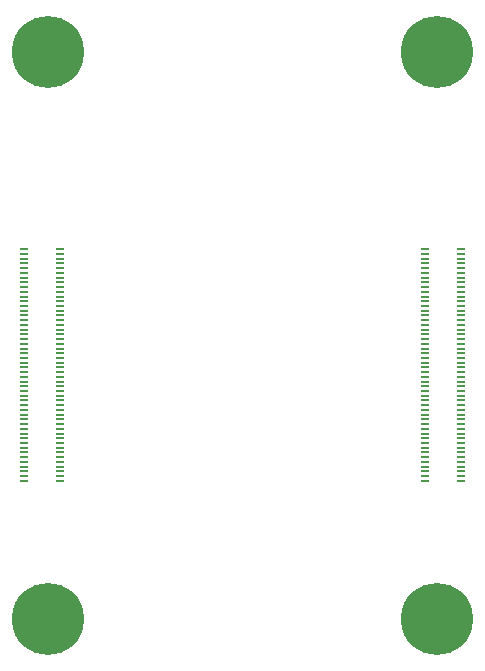
<source format=gbr>
%TF.GenerationSoftware,KiCad,Pcbnew,(5.1.10)-1*%
%TF.CreationDate,2022-01-13T22:30:23-08:00*%
%TF.ProjectId,PI-CM4Stencil,50492d43-4d34-4537-9465-6e63696c2e6b,rev?*%
%TF.SameCoordinates,Original*%
%TF.FileFunction,Soldermask,Top*%
%TF.FilePolarity,Negative*%
%FSLAX46Y46*%
G04 Gerber Fmt 4.6, Leading zero omitted, Abs format (unit mm)*
G04 Created by KiCad (PCBNEW (5.1.10)-1) date 2022-01-13 22:30:23*
%MOMM*%
%LPD*%
G01*
G04 APERTURE LIST*
%ADD10R,0.700000X0.200000*%
%ADD11C,6.100000*%
G04 APERTURE END LIST*
D10*
%TO.C,REF\u002A\u002A*%
X167090000Y-107590000D03*
X164010000Y-107590000D03*
X167090000Y-107190000D03*
X164010000Y-107190000D03*
X167090000Y-106790000D03*
X164010000Y-106790000D03*
X167090000Y-106390000D03*
X164010000Y-106390000D03*
X167090000Y-105990000D03*
X164010000Y-105990000D03*
X167090000Y-105590000D03*
X164010000Y-105590000D03*
X167090000Y-105190000D03*
X164010000Y-105190000D03*
X167090000Y-104790000D03*
X164010000Y-104790000D03*
X167090000Y-104390000D03*
X164010000Y-104390000D03*
X167090000Y-103990000D03*
X164010000Y-103990000D03*
X167090000Y-103590000D03*
X164010000Y-103590000D03*
X167090000Y-103190000D03*
X164010000Y-103190000D03*
X167090000Y-102790000D03*
X164010000Y-102790000D03*
X167090000Y-102390000D03*
X164010000Y-102390000D03*
X167090000Y-101990000D03*
X164010000Y-101990000D03*
X167090000Y-101590000D03*
X164010000Y-101590000D03*
X167090000Y-101190000D03*
X164010000Y-101190000D03*
X167090000Y-100790000D03*
X164010000Y-100790000D03*
X167090000Y-100390000D03*
X164010000Y-100390000D03*
X167090000Y-99990000D03*
X164010000Y-99990000D03*
X167090000Y-99590000D03*
X164010000Y-99590000D03*
X167090000Y-99190000D03*
X164010000Y-99190000D03*
X167090000Y-98790000D03*
X164010000Y-98790000D03*
X167090000Y-98390000D03*
X164010000Y-98390000D03*
X167090000Y-97990000D03*
X164010000Y-97990000D03*
X167090000Y-97590000D03*
X164010000Y-97590000D03*
X167090000Y-97190000D03*
X164010000Y-97190000D03*
X167090000Y-96790000D03*
X164010000Y-96790000D03*
X167090000Y-96390000D03*
X164010000Y-96390000D03*
X167090000Y-95990000D03*
X164010000Y-95990000D03*
X167090000Y-95590000D03*
X164010000Y-95590000D03*
X167090000Y-95190000D03*
X164010000Y-95190000D03*
X167090000Y-94790000D03*
X164010000Y-94790000D03*
X167090000Y-94390000D03*
X164010000Y-94390000D03*
X167090000Y-93990000D03*
X164010000Y-93990000D03*
X167090000Y-93590000D03*
X164010000Y-93590000D03*
X167090000Y-93190000D03*
X164010000Y-93190000D03*
X167090000Y-92790000D03*
X164010000Y-92790000D03*
X167090000Y-92390000D03*
X164010000Y-92390000D03*
X167090000Y-91990000D03*
X164010000Y-91990000D03*
X167090000Y-91590000D03*
X164010000Y-91590000D03*
X167090000Y-91190000D03*
X164010000Y-91190000D03*
X167090000Y-90790000D03*
X164010000Y-90790000D03*
X167090000Y-90390000D03*
X164010000Y-90390000D03*
X167090000Y-89990000D03*
X164010000Y-89990000D03*
X167090000Y-89590000D03*
X164010000Y-89590000D03*
X167090000Y-89190000D03*
X164010000Y-89190000D03*
X167090000Y-88790000D03*
X164010000Y-88790000D03*
X167090000Y-88390000D03*
X164010000Y-88390000D03*
X167090000Y-87990000D03*
X164010000Y-87990000D03*
X133170000Y-107590000D03*
X130090000Y-107590000D03*
X133170000Y-107190000D03*
X130090000Y-107190000D03*
X133170000Y-106790000D03*
X130090000Y-106790000D03*
X133170000Y-106390000D03*
X130090000Y-106390000D03*
X133170000Y-105990000D03*
X130090000Y-105990000D03*
X133170000Y-105590000D03*
X130090000Y-105590000D03*
X133170000Y-105190000D03*
X130090000Y-105190000D03*
X133170000Y-104790000D03*
X130090000Y-104790000D03*
X133170000Y-104390000D03*
X130090000Y-104390000D03*
X133170000Y-103990000D03*
X130090000Y-103990000D03*
X133170000Y-103590000D03*
X130090000Y-103590000D03*
X133170000Y-103190000D03*
X130090000Y-103190000D03*
X133170000Y-102790000D03*
X130090000Y-102790000D03*
X133170000Y-102390000D03*
X130090000Y-102390000D03*
X133170000Y-101990000D03*
X130090000Y-101990000D03*
X133170000Y-101590000D03*
X130090000Y-101590000D03*
X133170000Y-101190000D03*
X130090000Y-101190000D03*
X133170000Y-100790000D03*
X130090000Y-100790000D03*
X133170000Y-100390000D03*
X130090000Y-100390000D03*
X133170000Y-99990000D03*
X130090000Y-99990000D03*
X133170000Y-99590000D03*
X130090000Y-99590000D03*
X133170000Y-99190000D03*
X130090000Y-99190000D03*
X133170000Y-98790000D03*
X130090000Y-98790000D03*
X133170000Y-98390000D03*
X130090000Y-98390000D03*
X133170000Y-97990000D03*
X130090000Y-97990000D03*
X133170000Y-97590000D03*
X130090000Y-97590000D03*
X133170000Y-97190000D03*
X130090000Y-97190000D03*
X133170000Y-96790000D03*
X130090000Y-96790000D03*
X133170000Y-96390000D03*
X130090000Y-96390000D03*
X133170000Y-95990000D03*
X130090000Y-95990000D03*
X133170000Y-95590000D03*
X130090000Y-95590000D03*
X133170000Y-95190000D03*
X130090000Y-95190000D03*
X133170000Y-94790000D03*
X130090000Y-94790000D03*
X133170000Y-94390000D03*
X130090000Y-94390000D03*
X133170000Y-93990000D03*
X130090000Y-93990000D03*
X133170000Y-93590000D03*
X130090000Y-93590000D03*
X133170000Y-93190000D03*
X130090000Y-93190000D03*
X133170000Y-92790000D03*
X130090000Y-92790000D03*
X133170000Y-92390000D03*
X130090000Y-92390000D03*
X133170000Y-91990000D03*
X130090000Y-91990000D03*
X133170000Y-91590000D03*
X130090000Y-91590000D03*
X133170000Y-91190000D03*
X130090000Y-91190000D03*
X133170000Y-90790000D03*
X130090000Y-90790000D03*
X133170000Y-90390000D03*
X130090000Y-90390000D03*
X133170000Y-89990000D03*
X130090000Y-89990000D03*
X133170000Y-89590000D03*
X130090000Y-89590000D03*
X133170000Y-89190000D03*
X130090000Y-89190000D03*
X133170000Y-88790000D03*
X130090000Y-88790000D03*
X133170000Y-88390000D03*
X130090000Y-88390000D03*
X133170000Y-87990000D03*
X130090000Y-87990000D03*
D11*
X165090000Y-71290000D03*
X132090000Y-119290000D03*
X165090000Y-119290000D03*
X132090000Y-71290000D03*
%TD*%
M02*

</source>
